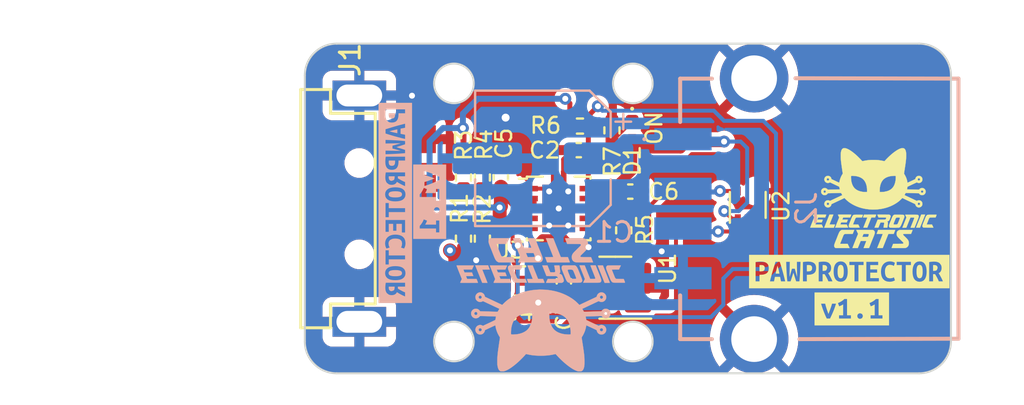
<source format=kicad_pcb>
(kicad_pcb (version 20221018) (generator pcbnew)
  (title_block (title "UsbCondom") (date "2023-04-19") (rev "v1.0") (company "Electronic Cats") (comment 1 "Eduardo Contreras"))
  (layers (0 "F.Cu" signal) (31 "B.Cu" signal) (34 "B.Paste" user) (35 "F.Paste" user) (36 "B.SilkS" user "B.Silkscreen") (37 "F.SilkS" user "F.Silkscreen") (38 "B.Mask" user) (39 "F.Mask" user) (44 "Edge.Cuts" user))
  (net 0 "")
  (net 1 "+5V")
  (net 2 "GND")
  (net 3 "/FAULT")
  (net 4 "VBUS")
  (net 5 "Net-(D1-K)")
  (net 6 "/DCP-")
  (net 7 "/DCP+")
  (net 8 "/D-")
  (net 9 "/D+")
  (net 10 "Net-(U3-ILM)")
  (footprint "Resistor_SMD:R_0402_1005Metric" (layer "F.Cu") (at 142.748 89.916 90)
    (fp_text reference "R7" (at -1.574 0.022 90) (layer "F.SilkS") (effects (font (size 0.8 0.8) (thickness 0.12))))
    (fp_text value "1K" hide)
    (pad "1" smd roundrect (at -0.51 0 90) (size 0.54 0.64) (layers "F.Cu" "F.Paste" "F.Mask") (net 5 "Net-(D1-K)"))
    (pad "2" smd roundrect (at 0.51 0 90) (size 0.54 0.64) (layers "F.Cu" "F.Paste" "F.Mask") (net 2 "GND"))
  )
  (footprint "Package_TO_SOT_SMD:SOT-553" (layer "F.Cu") (at 149.58 93.67 90)
    (fp_text reference "U2" (at -0.06 1.68 90) (layer "F.SilkS") (effects (font (size 0.8 0.8) (thickness 0.12))))
    (fp_text value "TPD2E001" hide)
    (pad "1" smd rect (at -0.7 -0.5 90) (size 0.45 0.3) (layers "F.Cu" "F.Paste" "F.Mask") (net 4 "VBUS"))
    (pad "2" smd rect (at -0.7 0 90) (size 0.45 0.3) (layers "F.Cu" "F.Paste" "F.Mask"))
    (pad "3" smd rect (at -0.7 0.5 90) (size 0.45 0.3) (layers "F.Cu" "F.Paste" "F.Mask") (net 9 "/D+"))
    (pad "4" smd rect (at 0.7 0.5 90) (size 0.45 0.3) (layers "F.Cu" "F.Paste" "F.Mask") (net 2 "GND") (clearance 0.1))
    (pad "5" smd rect (at 0.7 -0.5 90) (size 0.45 0.3) (layers "F.Cu" "F.Paste" "F.Mask") (net 8 "/D-") (clearance 0.1))
  )
  (footprint "kibuzzard-65CAA533" (layer "F.Cu") (at 154.813 98.91)
    (fp_text reference "kibuzzard-65CAA533" hide)
    (fp_text value "G***" hide)
  )
  (footprint "Resistor_SMD:R_0402_1005Metric" (layer "F.Cu") (at 143.34 94.95 -90)
    (fp_text reference "R5" (at -0.03 -1.06 90) (layer "F.SilkS") (effects (font (size 0.8 0.8) (thickness 0.12))))
    (fp_text value "20K" hide)
    (pad "1" smd roundrect (at -0.51 0 270) (size 0.54 0.64) (layers "F.Cu" "F.Paste" "F.Mask") (net 10 "Net-(U3-ILM)"))
    (pad "2" smd roundrect (at 0.51 0 270) (size 0.54 0.64) (layers "F.Cu" "F.Paste" "F.Mask") (net 2 "GND"))
  )
  (footprint "kibuzzard-65CAA4BB" (layer "F.Cu") (at 154.686 97.028)
    (fp_text reference "kibuzzard-65CAA4BB" hide)
    (fp_text value "G***" hide)
  )
  (footprint "Package_SON:VSON-10-1EP_3x3mm_P0.5mm_EP1.65x2.4mm_ThermalVias" (layer "F.Cu") (at 140.07 93.85)
    (fp_text reference "U3" (at -2.48 2.11) (layer "F.SilkS") (effects (font (size 0.8 0.8) (thickness 0.12))))
    (fp_text value "TPS2561" hide)
    (pad "1" smd rect (at -1.475 -1) (size 0.85 0.28) (layers "F.Cu" "F.Paste" "F.Mask") (net 2 "GND"))
    (pad "2" smd rect (at -1.475 -0.5) (size 0.85 0.28) (layers "F.Cu" "F.Paste" "F.Mask") (net 1 "+5V"))
    (pad "3" smd rect (at -1.475 0) (size 0.85 0.28) (layers "F.Cu" "F.Paste" "F.Mask") (net 1 "+5V"))
    (pad "4" smd rect (at -1.475 0.5) (size 0.85 0.28) (layers "F.Cu" "F.Paste" "F.Mask") (net 3 "/FAULT"))
    (pad "5" smd rect (at -1.475 1) (size 0.85 0.28) (layers "F.Cu" "F.Paste" "F.Mask"))
    (pad "6" smd rect (at 1.475 1) (size 0.85 0.28) (layers "F.Cu" "F.Paste" "F.Mask"))
    (pad "7" smd rect (at 1.475 0.5) (size 0.85 0.28) (layers "F.Cu" "F.Paste" "F.Mask") (net 10 "Net-(U3-ILM)"))
    (pad "8" smd rect (at 1.475 0) (size 0.85 0.28) (layers "F.Cu" "F.Paste" "F.Mask"))
    (pad "9" smd rect (at 1.475 -0.5) (size 0.85 0.28) (layers "F.Cu" "F.Paste" "F.Mask") (net 4 "VBUS"))
    (pad "10" smd rect (at 1.475 -1) (size 0.85 0.28) (layers "F.Cu" "F.Paste" "F.Mask") (net 3 "/FAULT"))
    (pad "11" thru_hole circle (at -0.48 -0.86) (size 0.6 0.6) (drill 0.3) (layers "*.Cu") (net 2 "GND"))
    (pad "11" thru_hole circle (at -0.48 0.86) (size 0.6 0.6) (drill 0.3) (layers "*.Cu") (net 2 "GND"))
    (pad "11" smd rect (at -0.25 -1.55) (size 0.28 0.7) (layers "F.Cu" "F.Paste" "F.Mask") (net 2 "GND"))
    (pad "11" smd rect (at -0.25 1.55) (size 0.28 0.7) (layers "F.Cu" "F.Paste" "F.Mask") (net 2 "GND"))
    (pad "11" thru_hole circle (at 0 0) (size 0.6 0.6) (drill 0.3) (layers "*.Cu") (net 2 "GND"))
    (pad "11" smd rect (at 0 0) (size 1.65 2.4) (layers "F.Cu" "F.Mask") (net 2 "GND"))
    (pad "11" smd rect (at 0 0) (size 1.65 2.4) (layers "B.Cu") (net 2 "GND"))
    (pad "11" smd rect (at 0.25 -1.55) (size 0.28 0.7) (layers "F.Cu" "F.Paste" "F.Mask") (net 2 "GND"))
    (pad "11" smd rect (at 0.25 1.55) (size 0.28 0.7) (layers "F.Cu" "F.Paste" "F.Mask") (net 2 "GND"))
    (pad "11" thru_hole circle (at 0.48 -0.86) (size 0.6 0.6) (drill 0.3) (layers "*.Cu") (net 2 "GND"))
    (pad "11" thru_hole circle (at 0.48 0.86) (size 0.6 0.6) (drill 0.3) (layers "*.Cu") (net 2 "GND"))
  )
  (footprint "Capacitor_SMD:C_0402_1005Metric" (layer "F.Cu") (at 140.33 97.52 90)
    (fp_text reference "C3" (at -1.71 0.025 90) (layer "F.SilkS") (effects (font (size 0.8 0.8) (thickness 0.12))))
    (fp_text value "0.1uF" hide)
    (pad "1" smd roundrect (at -0.48 0 90) (size 0.56 0.62) (layers "F.Cu" "F.Paste" "F.Mask") (net 1 "+5V"))
    (pad "2" smd roundrect (at 0.48 0 90) (size 0.56 0.62) (layers "F.Cu" "F.Paste" "F.Mask") (net 2 "GND"))
  )
  (footprint "Resistor_SMD:R_0402_1005Metric" (layer "F.Cu") (at 141.14 89.7)
    (fp_text reference "R6" (at -1.73 -0.03) (layer "F.SilkS") (effects (font (size 0.8 0.8) (thickness 0.12))))
    (fp_text value "100K" hide)
    (pad "1" smd roundrect (at -0.51 0) (size 0.54 0.64) (layers "F.Cu" "F.Paste" "F.Mask") (net 1 "+5V"))
    (pad "2" smd roundrect (at 0.51 0) (size 0.54 0.64) (layers "F.Cu" "F.Paste" "F.Mask") (net 3 "/FAULT"))
  )
  (footprint "usbCondom:C46394" (layer "F.Cu") (at 132.49 93.86 90)
    (fp_text reference "J1" (at 7.5 -2.91 90) (layer "F.SilkS"))
    (fp_text value "USB_A")
    (pad "" np_thru_hole circle (at -2.3 -2.45 90) (size 1 1) (drill 1) (layers "*.Cu" "*.Mask"))
    (pad "" np_thru_hole circle (at 2.3 -2.45 90) (size 1 1) (drill 1) (layers "*.Cu" "*.Mask"))
    (pad "1" smd rect (at -3.5 0 90) (size 1.4 2.8) (layers "F.Cu" "F.Paste" "F.Mask") (net 1 "+5V"))
    (pad "2" smd rect (at -1 0 90) (size 1.4 2.8) (layers "F.Cu" "F.Paste" "F.Mask") (net 6 "/DCP-"))
    (pad "3" smd rect (at 1 0 90) (size 1.4 2.8) (layers "F.Cu" "F.Paste" "F.Mask") (net 7 "/DCP+"))
    (pad "4" smd rect (at 3.5 0 90) (size 1.4 2.8) (layers "F.Cu" "F.Paste" "F.Mask") (net 2 "GND"))
    (pad "5" thru_hole rect (at -5.7 -2.45 90) (size 1.5 2.7) (drill oval 1.1 2.3) (layers "*.Cu" "*.Mask") (net 2 "GND"))
    (pad "5" thru_hole rect (at 5.7 -2.45 90) (size 1.5 2.7) (drill oval 1.1 2.3) (layers "*.Cu" "*.Mask") (net 2 "GND"))
  )
  (footprint "Resistor_SMD:R_0402_1005Metric" (layer "F.Cu") (at 135.28 92.29 -90)
    (fp_text reference "R3" (at -1.62 -0.01 90) (layer "F.SilkS") (effects (font (size 0.8 0.8) (thickness 0.12))))
    (fp_text value "75K" hide)
    (pad "1" smd roundrect (at -0.51 0 270) (size 0.54 0.64) (layers "F.Cu" "F.Paste" "F.Mask") (net 1 "+5V"))
    (pad "2" smd roundrect (at 0.51 0 270) (size 0.54 0.64) (layers "F.Cu" "F.Paste" "F.Mask") (net 7 "/DCP+"))
  )
  (footprint "LED_SMD:LED_0402_1005Metric" (layer "F.Cu") (at 143.764 89.916 -90)
    (fp_text reference "D1" (at 1.524 -0.016 90) (layer "F.SilkS") (effects (font (size 0.8 0.8) (thickness 0.12))))
    (fp_text value "ON" (at -0.116 -1.106 90) (layer "F.SilkS") (effects (font (size 0.8 0.8) (thickness 0.12))))
    (pad "1" smd roundrect (at -0.485 0 270) (size 0.59 0.64) (layers "F.Cu" "F.Paste" "F.Mask") (net 5 "Net-(D1-K)"))
    (pad "2" smd roundrect (at 0.485 0 270) (size 0.59 0.64) (layers "F.Cu" "F.Paste" "F.Mask") (net 4 "VBUS"))
  )
  (footprint "Capacitor_SMD:C_0805_2012Metric" (layer "F.Cu") (at 138.12 97.5)
    (fp_text reference "C4" (at -0.09 1.6) (layer "F.SilkS") (effects (font (size 0.8 0.8) (thickness 0.12))))
    (fp_text value "10uF" hide)
    (pad "1" smd roundrect (at -0.95 0) (size 1 1.45) (layers "F.Cu" "F.Paste" "F.Mask") (net 1 "+5V"))
    (pad "2" smd roundrect (at 0.95 0) (size 1 1.45) (layers "F.Cu" "F.Paste" "F.Mask") (net 2 "GND"))
  )
  (footprint "Capacitor_SMD:C_0402_1005Metric" (layer "F.Cu") (at 137.16 92.28 90)
    (fp_text reference "C5" (at 1.71 0.15 90) (layer "F.SilkS") (effects (font (size 0.8 0.8) (thickness 0.12))))
    (fp_text value "0.1uF" hide)
    (pad "1" smd roundrect (at -0.48 0 90) (size 0.56 0.62) (layers "F.Cu" "F.Paste" "F.Mask") (net 1 "+5V"))
    (pad "2" smd roundrect (at 0.48 0 90) (size 0.56 0.62) (layers "F.Cu" "F.Paste" "F.Mask") (net 2 "GND"))
  )
  (footprint "Package_TO_SOT_SMD:SOT-23-6" (layer "F.Cu") (at 142.92 97.84 180)
    (fp_text reference "U1" (at -2.6325 0.96 90) (layer "F.SilkS") (effects (font (size 0.8 0.8) (thickness 0.12))))
    (fp_text value "TPS2514A" hide)
    (pad "1" smd roundrect (at -1.1375 -0.95 180) (size 1.325 0.6) (layers "F.Cu" "F.Paste" "F.Mask") (net 9 "/D+"))
    (pad "2" smd roundrect (at -1.1375 0 180) (size 1.325 0.6) (layers "F.Cu" "F.Paste" "F.Mask") (net 2 "GND"))
    (pad "3" smd roundrect (at -1.1375 0.95 180) (size 1.325 0.6) (layers "F.Cu" "F.Paste" "F.Mask"))
    (pad "4" smd roundrect (at 1.1375 0.95 180) (size 1.325 0.6) (layers "F.Cu" "F.Paste" "F.Mask"))
    (pad "5" smd roundrect (at 1.1375 0 180) (size 1.325 0.6) (layers "F.Cu" "F.Paste" "F.Mask") (net 1 "+5V"))
    (pad "6" smd roundrect (at 1.1375 -0.95 180) (size 1.325 0.6) (layers "F.Cu" "F.Paste" "F.Mask") (net 8 "/D-"))
  )
  (footprint "Resistor_SMD:R_0402_1005Metric" (layer "F.Cu") (at 136.23 95.37 -90)
    (fp_text reference "R2" (at -1.49 0 90) (layer "F.SilkS") (effects (font (size 0.8 0.8) (thickness 0.12))))
    (fp_text value "49.9K" hide)
    (pad "1" smd roundrect (at -0.51 0 270) (size 0.54 0.64) (layers "F.Cu" "F.Paste" "F.Mask") (net 6 "/DCP-"))
    (pad "2" smd roundrect (at 0.51 0 270) (size 0.54 0.64) (layers "F.Cu" "F.Paste" "F.Mask") (net 2 "GND"))
  )
  (footprint "Resistor_SMD:R_0402_1005Metric" (layer "F.Cu") (at 136.23 92.29 90)
    (fp_text reference "R4" (at 1.65 0.08 90) (layer "F.SilkS") (effects (font (size 0.8 0.8) (thickness 0.12))))
    (fp_text value "49.9K" hide)
    (pad "1" smd roundrect (at -0.51 0 90) (size 0.54 0.64) (layers "F.Cu" "F.Paste" "F.Mask") (net 7 "/DCP+"))
    (pad "2" smd roundrect (at 0.51 0 90) (size 0.54 0.64) (layers "F.Cu" "F.Paste" "F.Mask") (net 2 "GND"))
  )
  (footprint "Resistor_SMD:R_0402_1005Metric" (layer "F.Cu") (at 135.28 95.37 90)
    (fp_text reference "R1" (at 1.52 -0.2 90) (layer "F.SilkS") (effects (font (size 0.8 0.8) (thickness 0.12))))
    (fp_text value "43.2K" hide)
    (pad "1" smd roundrect (at -0.51 0 90) (size 0.54 0.64) (layers "F.Cu" "F.Paste" "F.Mask") (net 1 "+5V"))
    (pad "2" smd roundrect (at 0.51 0 90) (size 0.54 0.64) (layers "F.Cu" "F.Paste" "F.Mask") (net 6 "/DCP-"))
  )
  (footprint "Capacitor_SMD:C_0402_1005Metric" (layer "F.Cu") (at 143.67 93)
    (fp_text reference "C6" (at 1.68 0) (layer "F.SilkS") (effects (font (size 0.8 0.8) (thickness 0.12))))
    (fp_text value "0.1uF" hide)
    (pad "1" smd roundrect (at -0.48 0) (size 0.56 0.62) (layers "F.Cu" "F.Paste" "F.Mask") (net 4 "VBUS"))
    (pad "2" smd roundrect (at 0.48 0) (size 0.56 0.62) (layers "F.Cu" "F.Paste" "F.Mask") (net 2 "GND"))
  )
  (footprint "Symbol_EC:electronic_cats_logo_4x3" (layer "F.Cu") (at 155.9 93.33)
    (fp_text reference "G***" hide)
    (fp_text value "LOGO" hide)
  )
  (footprint "Capacitor_SMD:C_0402_1005Metric" (layer "F.Cu") (at 141.08 90.91 180)
    (fp_text reference "C2" (at 1.72 -0.01) (layer "F.SilkS") (effects (font (size 0.8 0.8) (thickness 0.12))))
    (fp_text value "0.22uF" hide)
    (pad "1" smd roundrect (at -0.48 0 180) (size 0.56 0.62) (layers "F.Cu" "F.Paste" "F.Mask") (net 3 "/FAULT"))
    (pad "2" smd roundrect (at 0.48 0 180) (size 0.56 0.62) (layers "F.Cu" "F.Paste" "F.Mask") (net 2 "GND"))
  )
  (footprint "usbCondom:875832010BLF" (layer "B.Cu") (at 152.53 93.86 -90)
    (fp_text reference "J2" (at 0 0 90) (layer "B.SilkS") (effects (justify mirror)))
    (fp_text value "USB_A" hide)
    (pad "1" smd rect (at -3.5 6.21 270) (size 1.12 2.88) (layers "B.Cu" "B.Paste" "B.Mask") (net 4 "VBUS"))
    (pad "2" smd rect (at -1 6.21 270) (size 1.12 2.88) (layers "B.Cu" "B.Paste" "B.Mask") (net 8 "/D-"))
    (pad "3" smd rect (at 1 6.21 270) (size 1.12 2.88) (layers "B.Cu" "B.Paste" "B.Mask") (net 9 "/D+"))
    (pad "4" smd rect (at 3.5 6.21 270) (size 1.12 2.88) (layers "B.Cu" "B.Paste" "B.Mask") (net 2 "GND"))
    (pad "5" thru_hole circle (at -6.57 2.63 270) (size 3.45 3.45) (drill 2.3) (layers "*.Cu" "*.Mask") (net 2 "GND"))
    (pad "5" thru_hole circle (at 6.57 2.63 270) (size 3.45 3.45) (drill 2.3) (layers "*.Cu" "*.Mask") (net 2 "GND"))
  )
  (footprint "Capacitor_SMD:CP_Elec_6.3x5.4" (layer "B.Cu") (at 139.275 91.325 180)
    (fp_text reference "C1" (at -3.575 -3.725) (layer "B.SilkS") (effects (justify mirror)))
    (fp_text value "150uF")
    (pad "1" smd roundrect (at -2.8 0 180) (size 3.5 1.6) (layers "B.Cu" "B.Paste" "B.Mask") (roundrect_rratio 0.15625) (net 4 "VBUS"))
    (pad "2" smd roundrect (at 2.8 0 180) (size 3.5 1.6) (layers "B.Cu" "B.Paste" "B.Mask") (roundrect_rratio 0.15625) (net 2 "GND"))
  )
  (footprint "kibuzzard-65CAA527" (layer "B.Cu") (at 133.58 93.51 -90)
    (fp_text reference "kibuzzard-65CAA527" hide)
    (fp_text value "G***" hide)
  )
  (footprint "kibuzzard-65CAA4FF" (layer "B.Cu") (at 131.85 93.57 -90)
    (fp_text reference "kibuzzard-65CAA4FF" hide)
    (fp_text value "G***" hide)
  )
  (footprint "Symbol_EC:electronic_cats_logo_8x6" (layer "B.Cu") (at 139.17 98.7)
    (fp_text reference "G***" hide)
    (fp_text value "LOGO" hide)
  )
  (gr_circle (center 134.8 100.55) (end 135.8 100.55) (stroke (width 0.1)) (fill none) (layer "Edge.Cuts"))
  (gr_circle (center 134.8 87.55) (end 135.8 87.55) (stroke (width 0.1)) (fill none) (layer "Edge.Cuts"))
  (gr_line (start 128.9 102.15) (end 158.2 102.15) (stroke (width 0.1)) (layer "Edge.Cuts"))
  (gr_arc (start 159.8 100.55) (mid 159.331371 101.681371) (end 158.2 102.15) (stroke (width 0.1)) (layer "Edge.Cuts"))
  (gr_arc (start 128.9 102.15) (mid 127.768629 101.681371) (end 127.3 100.55) (stroke (width 0.1)) (layer "Edge.Cuts"))
  (gr_line (start 158.2 85.55) (end 128.9 85.55) (stroke (width 0.1)) (layer "Edge.Cuts"))
  (gr_line (start 159.8 100.55) (end 159.8 87.15) (stroke (width 0.1)) (layer "Edge.Cuts"))
  (gr_circle (center 143.8 87.55) (end 144.8 87.55) (stroke (width 0.1)) (fill none) (layer "Edge.Cuts"))
  (gr_arc (start 158.2 85.55) (mid 159.331371 86.018629) (end 159.8 87.15) (stroke (width 0.1)) (layer "Edge.Cuts"))
  (gr_arc (start 127.3 87.15) (mid 127.768629 86.018629) (end 128.9 85.55) (stroke (width 0.1)) (layer "Edge.Cuts"))
  (gr_circle (center 143.8 100.55) (end 144.8 100.55) (stroke (width 0.1)) (fill none) (layer "Edge.Cuts"))
  (gr_line (start 127.3 87.15) (end 127.3 100.55) (stroke (width 0.1)) (layer "Edge.Cuts"))
  (segment (start 137.17 97.5) (end 137.1 97.43) (width 0.7) (layer "F.Cu") (net 1))
  (segment (start 137.03 97.36) (end 137.17 97.5) (width 0.7) (layer "F.Cu") (net 1))
  (segment (start 140.63 88.555) (end 140.63 89.7) (width 0.25) (layer "F.Cu") (net 1))
  (segment (start 140.4 88.325) (end 140.63 88.555) (width 0.25) (layer "F.Cu") (net 1))
  (segment (start 135.28 91.78) (end 135.28 89.83) (width 0.3) (layer "F.Cu") (net 1))
  (segment (start 135.28 89.83) (end 135.25 89.8) (width 0.3) (layer "F.Cu") (net 1))
  (segment (start 141.7825 97.84) (end 141.7225 97.9) (width 0.5) (layer "F.Cu") (net 1))
  (segment (start 140.43 97.9) (end 140.33 98) (width 0.5) (layer "F.Cu") (net 1))
  (segment (start 135.2 95.96) (end 135.28 95.88) (width 0.25) (layer "F.Cu") (net 1))
  (segment (start 141.7225 97.9) (end 140.43 97.9) (width 0.5) (layer "F.Cu") (net 1))
  (segment (start 140.31 98.88) (end 139.8 99.39) (width 0.5) (layer "F.Cu") (net 1))
  (segment (start 137.95 93.55) (end 138.61 93.55) (width 0.7) (layer "F.Cu") (net 1))
  (segment (start 137.17 99.33) (end 137.17 97.5) (width 0.5) (layer "F.Cu") (net 1))
  (segment (start 134.6 95.96) (end 135.2 95.96) (width 0.25) (layer "F.Cu") (net 1))
  (segment (start 140.33 98) (end 140.31 98.02) (width 0.5) (layer "F.Cu") (net 1))
  (segment (start 137.1 93.8) (end 137.16 93.74) (width 0.7) (layer "F.Cu") (net 1))
  (segment (start 137.1 97.43) (end 137.1 93.8) (width 0.7) (layer "F.Cu") (net 1))
  (segment (start 137.16 92.76) (end 137.95 93.55) (width 0.7) (layer "F.Cu") (net 1))
  (segment (start 134.87 97.36) (end 134.87 96.23) (width 0.7) (layer "F.Cu") (net 1))
  (segment (start 139.8 99.39) (end 137.23 99.39) (width 0.5) (layer "F.Cu") (net 1))
  (segment (start 134.87 96.23) (end 134.6 95.96) (width 0.7) (layer "F.Cu") (net 1))
  (segment (start 134.87 97.36) (end 137.03 97.36) (width 0.7) (layer "F.Cu") (net 1))
  (segment (start 137.23 99.39) (end 137.17 99.33) (width 0.5) (layer "F.Cu") (net 1))
  (segment (start 132.49 97.36) (end 134.87 97.36) (width 0.7) (layer "F.Cu") (net 1))
  (segment (start 140.31 98.02) (end 140.31 98.88) (width 0.5) (layer "F.Cu") (net 1))
  (segment (start 137.16 93.74) (end 137.16 92.76) (width 0.7) (layer "F.Cu") (net 1))
  (via (at 137.1 93.8) (size 0.6) (drill 0.3) (layers "F.Cu" "B.Cu") (net 1))
  (via (at 140.4 88.325) (size 0.6) (drill 0.3) (layers "F.Cu" "B.Cu") (net 1))
  (via (at 135.25 89.8) (size 0.6) (drill 0.3) (layers "F.Cu" "B.Cu") (net 1))
  (via (at 134.6 95.96) (size 0.6) (drill 0.3) (layers "F.Cu" "B.Cu") (net 1))
  (segment (start 134.25 89.8) (end 135.25 89.8) (width 0.3) (layer "B.Cu") (net 1))
  (segment (start 137.1 93.8) (end 133.875 93.8) (width 0.3) (layer "B.Cu") (net 1))
  (segment (start 136 88.325) (end 135.25 89.075) (width 0.3) (layer "B.Cu") (net 1))
  (segment (start 133.575 93.5) (end 133.575 90.475) (width 0.3) (layer "B.Cu") (net 1))
  (segment (start 140.4 88.325) (end 136 88.325) (width 0.3) (layer "B.Cu") (net 1))
  (segment (start 133.875 93.8) (end 133.575 93.5) (width 0.3) (layer "B.Cu") (net 1))
  (segment (start 133.575 90.475) (end 134.25 89.8) (width 0.3) (layer "B.Cu") (net 1))
  (segment (start 135.25 89.075) (end 135.25 89.8) (width 0.3) (layer "B.Cu") (net 1))
  (segment (start 137.4 89.275) (end 137.4 91.56) (width 0.3) (layer "F.Cu") (net 2))
  (segment (start 139.59 92.99) (end 139.45 92.85) (width 0.2) (layer "F.Cu") (net 2))
  (segment (start 140.66 91.04) (end 140.66 90.77) (width 0.25) (layer "F.Cu") (net 2))
  (segment (start 137.88 91.8) (end 137.16 91.8) (width 0.2) (layer "F.Cu") (net 2))
  (segment (start 141.91 95.46) (end 141.57 95.8) (width 0.5) (layer "F.Cu") (net 2))
  (segment (start 140.32 92.3) (end 139.82 92.3) (width 0.25) (layer "F.Cu") (net 2))
  (segment (start 139.07 97.5) (end 139.03 97.46) (width 0.5) (layer "F.Cu") (net 2))
  (segment (start 137.4 91.56) (end 137.16 91.8) (width 0.3) (layer "F.Cu") (net 2))
  (segment (start 140.32 91.38) (end 140.66 91.04) (width 0.25) (layer "F.Cu") (net 2))
  (segment (start 139.04 97.53) (end 139.04 98.59) (width 0.5) (layer "F.Cu") (net 2))
  (segment (start 138.595 92.515) (end 137.88 91.8) (width 0.2) (layer "F.Cu") (net 2))
  (segment (start 139.45 92.85) (end 138.595 92.85) (width 0.2) (layer "F.Cu") (net 2))
  (segment (start 139.26 95.4) (end 140.04 95.4) (width 0.5) (layer "F.Cu") (net 2))
  (segment (start 144.15 93) (end 144.15 92.690001) (width 0.25) (layer "F.Cu") (net 2))
  (segment (start 132.49 88.37) (end 132.69 88.17) (width 0.5) (layer "F.Cu") (net 2))
  (segment (start 139.03 95.63) (end 139.26 95.4) (width 0.5) (layer "F.Cu") (net 2))
  (segment (start 140.72 95.8) (end 140.32 95.4) (width 0.5) (layer "F.Cu") (net 2))
  (segment (start 140.32 92.3) (end 140.32 91.38) (width 0.25) (layer "F.Cu") (net 2))
  (segment (start 136.23 96.147252) (end 135.919097 96.458155) (width 0.2) (layer "F.Cu") (net 2))
  (segment (start 136.23 95.88) (end 136.23 96.147252) (width 0.2) (layer "F.Cu") (net 2))
  (segment (start 140.33 97.04) (end 140.33 95.69) (width 0.5) (layer "F.Cu") (net 2))
  (segment (start 141.57 95.8) (end 140.72 95.8) (width 0.5) (layer "F.Cu") (net 2))
  (segment (start 139.07 97.5) (end 139.04 97.53) (width 0.5) (layer "F.Cu") (net 2))
  (segment (start 140.33 95.69) (end 140.04 95.4) (width 0.5) (layer "F.Cu") (net 2))
  (segment (start 140.04 95.4) (end 140.32 95.4) (width 0.5) (layer "F.Cu") (net 2))
  (segment (start 132.49 90.36) (end 132.49 88.37) (width 0.5) (layer "F.Cu") (net 2))
  (segment (start 143.34 95.46) (end 141.91 95.46) (width 0.5) (layer "F.Cu") (net 2))
  (segment (start 139.03 96.36) (end 139.03 95.63) (width 0.5) (layer "F.Cu") (net 2))
  (segment (start 139.03 97.46) (end 139.03 96.36) (width 0.5) (layer "F.Cu") (net 2))
  (segment (start 138.595 92.85) (end 138.595 92.515) (width 0.2) (layer "F.Cu") (net 2))
  (segment (start 144.15 92.690001) (end 144.94 91.9) (width 0.25) (layer "F.Cu") (net 2))
  (via (at 132.69 88.17) (size 0.6) (drill 0.3) (layers "F.Cu" "B.Cu") (net 2))
  (via (at 137.4 89.275) (size 0.8) (drill 0.4) (layers "F.Cu" "B.Cu") (net 2))
  (via (at 135.919097 96.458155) (size 0.6) (drill 0.3) (layers "F.Cu" "B.Cu") (net 2))
  (via (at 139.03 96.36) (size 0.6) (drill 0.3) (layers "F.Cu" "B.Cu") (net 2))
  (via (at 145.25 96.01) (size 0.6) (drill 0.3) (layers "F.Cu" "B.Cu") (net 2))
  (via (at 141.57 95.8) (size 0.6) (drill 0.3) (layers "F.Cu" "B.Cu") (net 2))
  (via (at 139.04 98.59) (size 0.6) (drill 0.3) (layers "F.Cu" "B.Cu") (net 2))
  (segment (start 138.595 94.35) (end 138.17 94.35) (width 0.2) (layer "F.Cu") (net 3))
  (segment (start 137.75 94.45) (end 137.75 95.57) (width 0.2) (layer "F.Cu") (net 3))
  (segment (start 142.04 88.7) (end 141.65 89.09) (width 0.25) (layer "F.Cu") (net 3))
  (segment (start 141.56 92.835) (end 141.56 89.79) (width 0.25) (layer "F.Cu") (net 3))
  (segment (start 141.545 92.85) (end 141.56 92.835) (width 0.25) (layer "F.Cu") (net 3))
  (segment (start 138.17 94.35) (end 138.11 94.35) (width 0.2) (layer "F.Cu") (net 3))
  (segment (start 141.56 89.79) (end 141.65 89.7) (width 0.25) (layer "F.Cu") (net 3))
  (segment (start 137.85 94.35) (end 137.75 94.45) (width 0.2) (layer "F.Cu") (net 3))
  (segment (start 138.17 94.35) (end 137.85 94.35) (width 0.2) (layer "F.Cu") (net 3))
  (segment (start 137.75 95.57) (end 137.82 95.64) (width 0.2) (layer "F.Cu") (net 3))
  (segment (start 137.82 95.64) (end 137.94 95.64) (width 0.2) (layer "F.Cu") (net 3))
  (segment (start 137.82 95.64) (end 137.82 95.69) (width 0.2) (layer "F.Cu") (net 3))
  (segment (start 137.94 95.64) (end 138.01 95.71) (width 0.2) (layer "F.Cu") (net 3))
  (segment (start 141.65 89.09) (end 141.65 89.7) (width 0.25) (layer "F.Cu") (net 3))
  (via (at 142.04 88.7) (size 0.6) (drill 0.3) (layers "F.Cu" "B.Cu") (net 3))
  (via (at 138.01 95.71) (size 0.6) (drill 0.3) (layers "F.Cu" "B.Cu") (net 3))
  (segment (start 150.36 89.435) (end 151 90.075) (width 0.2) (layer "B.Cu") (net 3))
  (segment (start 151 90.075) (end 151 96.5) (width 0.2) (layer "B.Cu") (net 3))
  (segment (start 142.04 88.7) (end 142.265 88.925) (width 0.2) (layer "B.Cu") (net 3))
  (segment (start 147.725 99.325) (end 138.4 99.325) (width 0.2) (layer "B.Cu") (net 3))
  (segment (start 147.875 88.925) (end 148.385 89.435) (width 0.2) (layer "B.Cu") (net 3))
  (segment (start 148.35 97.375) (end 148.35 98.7) (width 0.2) (layer "B.Cu") (net 3))
  (segment (start 138.4 99.325) (end 138.35 99.375) (width 0.2) (layer "B.Cu") (net 3))
  (segment (start 138.35 99.375) (end 138.01 99.035) (width 0.2) (layer "B.Cu") (net 3))
  (segment (start 148.825 96.9) (end 148.35 97.375) (width 0.2) (layer "B.Cu") (net 3))
  (segment (start 151 96.5) (end 150.6 96.9) (width 0.2) (layer "B.Cu") (net 3))
  (segment (start 148.35 98.7) (end 147.725 99.325) (width 0.2) (layer "B.Cu") (net 3))
  (segment (start 148.385 89.435) (end 150.36 89.435) (width 0.2) (layer "B.Cu") (net 3))
  (segment (start 138.01 99.035) (end 138.01 95.71) (width 0.2) (layer "B.Cu") (net 3))
  (segment (start 150.6 96.9) (end 148.825 96.9) (width 0.2) (layer "B.Cu") (net 3))
  (segment (start 142.265 88.925) (end 147.875 88.925) (width 0.2) (layer "B.Cu") (net 3))
  (segment (start 148.79 94.37) (end 148.4 93.98) (width 0.2) (layer "F.Cu") (net 4))
  (segment (start 146.52 90.51) (end 148.36 90.51) (width 0.5) (layer "F.Cu") (net 4))
  (segment (start 142.84 93.35) (end 143.19 93) (width 0.3) (layer "F.Cu") (net 4))
  (segment (start 149.08 94.37) (end 148.79 94.37) (width 0.2) (layer "F.Cu") (net 4))
  (segment (start 148.36 90.51) (end 148.39 90.48) (width 0.5) (layer "F.Cu") (net 4))
  (segment (start 143.764 90.401) (end 143.77 90.407) (width 0.5) (layer "F.Cu") (net 4))
  (segment (start 141.545 93.35) (end 142.84 93.35) (width 0.3) (layer "F.Cu") (net 4))
  (segment (start 143.19 92.51) (end 143.19 93) (width 0.5) (layer "F.Cu") (net 4))
  (segment (start 144.193 90.83) (end 146.2 90.83) (width 0.5) (layer "F.Cu") (net 4))
  (segment (start 146.2 90.83) (end 146.52 90.51) (width 0.5) (layer "F.Cu") (net 4))
  (segment (start 143.77 90.407) (end 143.77 91.93) (width 0.5) (layer "F.Cu") (net 4))
  (segment (start 143.77 91.93) (end 143.19 92.51) (width 0.5) (layer "F.Cu") (net 4))
  (segment (start 143.764 90.401) (end 144.193 90.83) (width 0.5) (layer "F.Cu") (net 4))
  (via (at 148.4 93.98) (size 0.6) (drill 0.3) (layers "F.Cu" "B.Cu") (net 4))
  (via (at 148.39 90.48) (size 0.6) (drill 0.3) (layers "F.Cu" "B.Cu") (net 4))
  (segment (start 148.4 93.98) (end 149.13 93.98) (width 0.2) (layer "B.Cu") (net 4))
  (segment (start 149.55 93.56) (end 149.55 90.81) (width 0.2) (layer "B.Cu") (net 4))
  (segment (start 149.55 90.81) (end 149.22 90.48) (width 0.2) (layer "B.Cu") (net 4))
  (segment (start 148.39 90.48) (end 146.19 90.48) (width 0.5) (layer "B.Cu") (net 4))
  (segment (start 149.22 90.48) (end 148.39 90.48) (width 0.2) (layer "B.Cu") (net 4))
  (segment (start 142.075 91.475) (end 142.275 91.475) (width 0.5) (layer "B.Cu") (net 4))
  (segment (start 143.39 90.36) (end 146.15 90.36) (width 0.5) (layer "B.Cu") (net 4))
  (segment (start 146.19 90.48) (end 146.15 90.52) (width 0.5) (layer "B.Cu") (net 4))
  (segment (start 142.275 91.475) (end 143.39 90.36) (width 0.5) (layer "B.Cu") (net 4))
  (segment (start 149.13 93.98) (end 149.55 93.56) (width 0.2) (layer "B.Cu") (net 4))
  (segment (start 142.748 90.426) (end 143.743 89.431) (width 0.25) (layer "F.Cu") (net 5))
  (segment (start 143.743 89.431) (end 143.764 89.431) (width 0.25) (layer "F.Cu") (net 5))
  (segment (start 135.28 94.86) (end 136.22 94.86) (width 0.2) (layer "F.Cu") (net 6))
  (segment (start 136.22 94.86) (end 132.49 94.86) (width 0.2) (layer "F.Cu") (net 6))
  (segment (start 136.23 94.86) (end 132.49 94.86) (width 0.3) (layer "F.Cu") (net 6))
  (segment (start 136.17 92.86) (end 132.49 92.86) (width 0.3) (layer "F.Cu") (net 7))
  (segment (start 136.23 92.8) (end 136.17 92.86) (width 0.3) (layer "F.Cu") (net 7))
  (segment (start 149.08 92.97) (end 148.18 92.97) (width 0.2) (layer "F.Cu") (net 8))
  (segment (start 144.62 95.5) (end 144.62 93.76) (width 0.2) (layer "F.Cu") (net 8))
  (segment (start 144.02 96.1) (end 144.62 95.5) (width 0.2) (layer "F.Cu") (net 8))
  (segment (start 145.37 93.01) (end 148.14 93.01) (width 0.2) (layer "F.Cu") (net 8))
  (segment (start 141.7825 98.79) (end 142.74 98.79) (width 0.2) (layer "F.Cu") (net 8))
  (segment (start 142.94 96.35) (end 143.19 96.1) (width 0.2) (layer "F.Cu") (net 8))
  (segment (start 142.94 98.59) (end 142.94 96.35) (width 0.2) (layer "F.Cu") (net 8))
  (segment (start 143.19 96.1) (end 144.02 96.1) (width 0.2) (layer "F.Cu") (net 8))
  (segment (start 144.62 93.76) (end 145.37 93.01) (width 0.2) (layer "F.Cu") (net 8))
  (segment (start 142.74 98.79) (end 142.94 98.59) (width 0.2) (layer "F.Cu") (net 8))
  (segment (start 148.14 93.01) (end 148.18 92.97) (width 0.2) (layer "F.Cu") (net 8))
  (via (at 148.18 92.97) (size 0.6) (drill 0.3) (layers "F.Cu" "B.Cu") (net 8))
  (segment (start 148.13 93.02) (end 148.18 92.97) (width 0.25) (layer "B.Cu") (net 8))
  (segment (start 146.15 93.02) (end 148.13 93.02) (width 0.25) (layer "B.Cu") (net 8))
  (segment (start 145.62 98.79) (end 145.91 98.5) (width 0.2) (layer "F.Cu") (net 9))
  (segment (start 149.9 95.01) (end 148.09 95.01) (width 0.2) (layer "F.Cu") (net 9))
  (segment (start 145.97 98.44) (end 145.97 95.25) (width 0.2) (layer "F.Cu") (net 9))
  (segment (start 149.94 95.05) (end 149.9 95.01) (width 0.2) (layer "F.Cu") (net 9))
  (segment (start 150.08 94.37) (end 150.08 94.91) (width 0.2) (layer "F.Cu") (net 9))
  (segment (start 145.91 98.5) (end 145.97 98.44) (width 0.2) (layer "F.Cu") (net 9))
  (segment (start 144.0575 98.79) (end 145.62 98.79) (width 0.2) (layer "F.Cu") (net 9))
  (segment (start 148.09 95.01) (end 147.07 95.01) (width 0.2) (layer "F.Cu") (net 9))
  (segment (start 145.97 95.25) (end 146.21 95.01) (width 0.2) (layer "F.Cu") (net 9))
  (segment (start 146.21 95.01) (end 147.07 95.01) (width 0.2) (layer "F.Cu") (net 9))
  (segment (start 150.08 94.91) (end 149.94 95.05) (width 0.2) (layer "F.Cu") (net 9))
  (via (at 148.09 95.01) (size 0.6) (drill 0.3) (layers "F.Cu" "B.Cu") (net 9))
  (segment (start 146.15 95.02) (end 148.08 95.02) (width 0.25) (layer "B.Cu") (net 9))
  (segment (start 148.08 95.02) (end 148.09 95.01) (width 0.25) (layer "B.Cu") (net 9))
  (segment (start 143.34 94.44) (end 143.25 94.35) (width 0.25) (layer "F.Cu") (net 10))
  (segment (start 143.25 94.35) (end 141.545 94.35) (width 0.25) (layer "F.Cu") (net 10))
  (zone (net 2) (net_name "GND") (layers "F&B.Cu") (connect_pads (clearance 0.25)) (min_thickness 0.15) (fill yes (thermal_gap 0.5) (thermal_bridge_width 0.5))
    (polygon (pts (xy 124.8 83.45) (xy 163.5 83.35) (xy 163.5 103.75) (xy 124.8 103.75)))
  )
)
</source>
